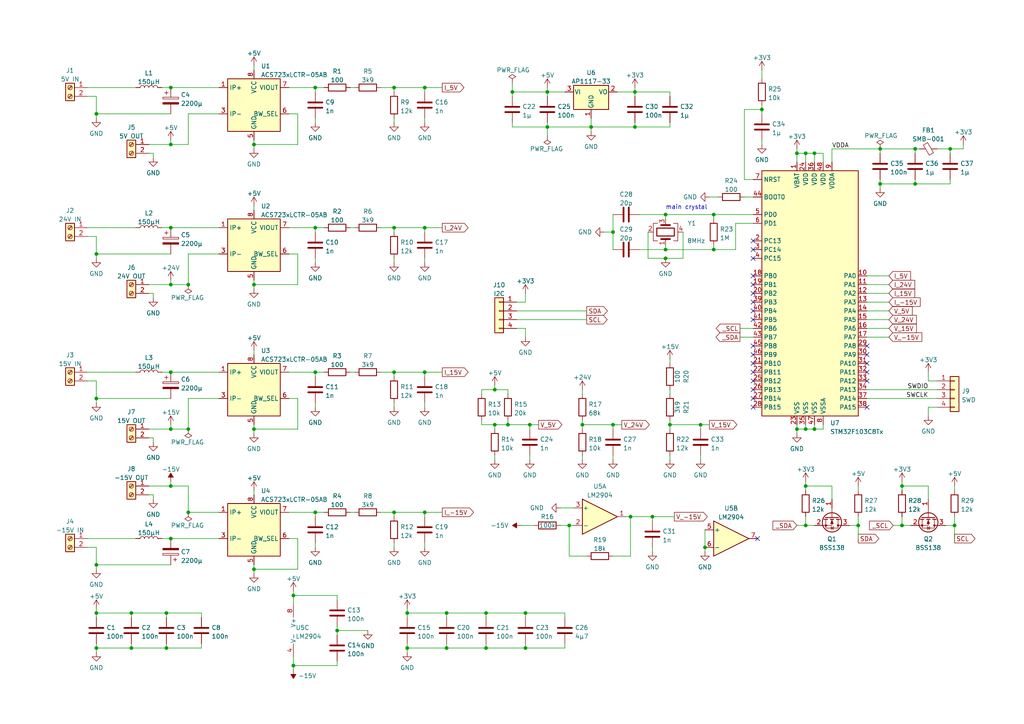
<source format=kicad_sch>
(kicad_sch (version 20211123) (generator eeschema)
  (paper "A4")
  (junction (at 123.19 148.59))
  (junction (at 118.11 187.96))
  (junction (at 193.04 62.23))
  (junction (at 27.94 115.57))
  (junction (at 153.67 123.19))
  (junction (at 27.94 33.02))
  (junction (at 255.27 53.34))
  (junction (at 49.53 25.4))
  (junction (at 233.68 152.4))
  (junction (at 158.75 26.67))
  (junction (at 54.61 82.55))
  (junction (at 114.3 148.59))
  (junction (at 73.66 165.1))
  (junction (at 49.53 156.21))
  (junction (at 54.61 148.59))
  (junction (at 194.31 123.19))
  (junction (at 189.23 149.86))
  (junction (at 27.94 163.83))
  (junction (at 129.54 187.96))
  (junction (at 91.44 25.4))
  (junction (at 177.8 67.31))
  (junction (at 231.14 124.46))
  (junction (at 182.88 149.86))
  (junction (at 123.19 107.95))
  (junction (at 158.75 36.83))
  (junction (at 236.22 44.45))
  (junction (at 177.8 123.19))
  (junction (at 91.44 66.04))
  (junction (at 123.19 25.4))
  (junction (at 207.01 72.39))
  (junction (at 203.2 123.19))
  (junction (at 276.86 152.4))
  (junction (at 147.32 123.19))
  (junction (at 275.59 43.18))
  (junction (at 129.54 177.8))
  (junction (at 152.4 177.8))
  (junction (at 27.94 187.96))
  (junction (at 73.66 124.46))
  (junction (at 193.04 72.39))
  (junction (at 143.51 113.03))
  (junction (at 233.68 140.97))
  (junction (at 184.15 26.67))
  (junction (at 49.53 140.97))
  (junction (at 49.53 107.95))
  (junction (at 265.43 53.34))
  (junction (at 48.26 177.8))
  (junction (at 140.97 177.8))
  (junction (at 123.19 66.04))
  (junction (at 233.68 124.46))
  (junction (at 193.04 74.93))
  (junction (at 114.3 66.04))
  (junction (at 248.92 152.4))
  (junction (at 38.1 177.8))
  (junction (at 27.94 177.8))
  (junction (at 85.09 193.04))
  (junction (at 91.44 148.59))
  (junction (at 73.66 41.91))
  (junction (at 54.61 124.46))
  (junction (at 143.51 123.19))
  (junction (at 231.14 44.45))
  (junction (at 261.62 152.4))
  (junction (at 49.53 124.46))
  (junction (at 85.09 172.72))
  (junction (at 140.97 187.96))
  (junction (at 236.22 124.46))
  (junction (at 168.91 123.19))
  (junction (at 49.53 82.55))
  (junction (at 220.98 31.75))
  (junction (at 27.94 73.66))
  (junction (at 48.26 187.96))
  (junction (at 114.3 107.95))
  (junction (at 184.15 36.83))
  (junction (at 49.53 41.91))
  (junction (at 49.53 66.04))
  (junction (at 73.66 82.55))
  (junction (at 152.4 187.96))
  (junction (at 148.59 26.67))
  (junction (at 261.62 140.97))
  (junction (at 38.1 187.96))
  (junction (at 171.45 36.83))
  (junction (at 265.43 43.18))
  (junction (at 97.79 182.88))
  (junction (at 114.3 25.4))
  (junction (at 204.47 158.75))
  (junction (at 233.68 44.45))
  (junction (at 207.01 62.23))
  (junction (at 165.1 152.4))
  (junction (at 91.44 107.95))
  (junction (at 118.11 177.8))
  (junction (at 255.27 43.18))
  (no_connect (at 218.44 100.33))
  (no_connect (at 218.44 102.87))
  (no_connect (at 218.44 69.85))
  (no_connect (at 251.46 100.33))
  (no_connect (at 251.46 105.41))
  (no_connect (at 218.44 105.41))
  (no_connect (at 251.46 102.87))
  (no_connect (at 218.44 87.63))
  (no_connect (at 251.46 110.49))
  (no_connect (at 218.44 115.57))
  (no_connect (at 218.44 80.01))
  (no_connect (at 218.44 92.71))
  (no_connect (at 219.71 156.21))
  (no_connect (at 218.44 110.49))
  (no_connect (at 218.44 74.93))
  (no_connect (at 218.44 113.03))
  (no_connect (at 218.44 118.11))
  (no_connect (at 218.44 85.09))
  (no_connect (at 251.46 107.95))
  (no_connect (at 218.44 72.39))
  (no_connect (at 218.44 82.55))
  (no_connect (at 218.44 107.95))
  (no_connect (at 218.44 90.17))
  (no_connect (at 251.46 118.11))
  (wire (pts (xy 86.36 124.46) (xy 73.66 124.46)))
  (wire (pts (xy 110.49 25.4) (xy 114.3 25.4)))
  (wire (pts (xy 114.3 25.4) (xy 123.19 25.4)))
  (wire (pts (xy 25.4 156.21) (xy 39.37 156.21)))
  (wire (pts (xy 279.4 43.18) (xy 275.59 43.18)))
  (wire (pts (xy 27.94 163.83) (xy 49.53 163.83)))
  (wire (pts (xy 152.4 187.96) (xy 140.97 187.96)))
  (wire (pts (xy 63.5 33.02) (xy 54.61 33.02)))
  (wire (pts (xy 123.19 148.59) (xy 123.19 149.86)))
  (wire (pts (xy 231.14 124.46) (xy 231.14 125.73)))
  (wire (pts (xy 275.59 53.34) (xy 265.43 53.34)))
  (wire (pts (xy 279.4 41.91) (xy 279.4 43.18)))
  (wire (pts (xy 177.8 161.29) (xy 182.88 161.29)))
  (wire (pts (xy 238.76 46.99) (xy 238.76 44.45)))
  (wire (pts (xy 152.4 186.69) (xy 152.4 187.96)))
  (wire (pts (xy 231.14 152.4) (xy 233.68 152.4)))
  (wire (pts (xy 171.45 34.29) (xy 171.45 36.83)))
  (wire (pts (xy 213.36 64.77) (xy 213.36 72.39)))
  (wire (pts (xy 83.82 148.59) (xy 91.44 148.59)))
  (wire (pts (xy 143.51 132.08) (xy 143.51 133.35)))
  (wire (pts (xy 269.24 118.11) (xy 271.78 118.11)))
  (wire (pts (xy 207.01 71.12) (xy 207.01 72.39)))
  (wire (pts (xy 25.4 158.75) (xy 27.94 158.75)))
  (wire (pts (xy 187.96 67.31) (xy 187.96 74.93)))
  (wire (pts (xy 193.04 71.12) (xy 193.04 72.39)))
  (wire (pts (xy 38.1 187.96) (xy 27.94 187.96)))
  (wire (pts (xy 205.74 57.15) (xy 208.28 57.15)))
  (wire (pts (xy 204.47 158.75) (xy 204.47 160.02)))
  (wire (pts (xy 248.92 152.4) (xy 248.92 156.21)))
  (wire (pts (xy 143.51 123.19) (xy 143.51 124.46)))
  (wire (pts (xy 255.27 43.18) (xy 255.27 44.45)))
  (wire (pts (xy 123.19 148.59) (xy 128.27 148.59)))
  (wire (pts (xy 54.61 33.02) (xy 54.61 41.91)))
  (wire (pts (xy 189.23 158.75) (xy 189.23 160.02)))
  (wire (pts (xy 123.19 74.93) (xy 123.19 76.2)))
  (wire (pts (xy 129.54 177.8) (xy 140.97 177.8)))
  (wire (pts (xy 118.11 187.96) (xy 129.54 187.96)))
  (wire (pts (xy 177.8 123.19) (xy 180.34 123.19)))
  (wire (pts (xy 58.42 187.96) (xy 48.26 187.96)))
  (wire (pts (xy 91.44 25.4) (xy 91.44 26.67)))
  (wire (pts (xy 123.19 66.04) (xy 123.19 67.31)))
  (wire (pts (xy 215.9 57.15) (xy 218.44 57.15)))
  (wire (pts (xy 83.82 66.04) (xy 91.44 66.04)))
  (wire (pts (xy 48.26 186.69) (xy 48.26 187.96)))
  (wire (pts (xy 123.19 34.29) (xy 123.19 35.56)))
  (wire (pts (xy 265.43 52.07) (xy 265.43 53.34)))
  (wire (pts (xy 86.36 41.91) (xy 73.66 41.91)))
  (wire (pts (xy 233.68 44.45) (xy 231.14 44.45)))
  (wire (pts (xy 276.86 140.97) (xy 276.86 142.24)))
  (wire (pts (xy 25.4 107.95) (xy 39.37 107.95)))
  (wire (pts (xy 276.86 149.86) (xy 276.86 152.4)))
  (wire (pts (xy 214.63 95.25) (xy 218.44 95.25)))
  (wire (pts (xy 236.22 44.45) (xy 233.68 44.45)))
  (wire (pts (xy 207.01 62.23) (xy 218.44 62.23)))
  (wire (pts (xy 231.14 44.45) (xy 231.14 46.99)))
  (wire (pts (xy 49.53 124.46) (xy 43.18 124.46)))
  (wire (pts (xy 73.66 142.24) (xy 73.66 143.51)))
  (wire (pts (xy 233.68 124.46) (xy 231.14 124.46)))
  (wire (pts (xy 152.4 85.09) (xy 152.4 87.63)))
  (wire (pts (xy 189.23 149.86) (xy 182.88 149.86)))
  (wire (pts (xy 182.88 149.86) (xy 181.61 149.86)))
  (wire (pts (xy 147.32 113.03) (xy 143.51 113.03)))
  (wire (pts (xy 73.66 41.91) (xy 73.66 43.18)))
  (wire (pts (xy 163.83 26.67) (xy 158.75 26.67)))
  (wire (pts (xy 269.24 110.49) (xy 271.78 110.49)))
  (wire (pts (xy 158.75 26.67) (xy 158.75 27.94)))
  (wire (pts (xy 213.36 72.39) (xy 207.01 72.39)))
  (wire (pts (xy 85.09 193.04) (xy 85.09 190.5)))
  (wire (pts (xy 251.46 82.55) (xy 257.81 82.55)))
  (wire (pts (xy 73.66 59.69) (xy 73.66 60.96)))
  (wire (pts (xy 83.82 115.57) (xy 86.36 115.57)))
  (wire (pts (xy 54.61 41.91) (xy 49.53 41.91)))
  (wire (pts (xy 27.94 33.02) (xy 27.94 34.29)))
  (wire (pts (xy 143.51 111.76) (xy 143.51 113.03)))
  (wire (pts (xy 233.68 123.19) (xy 233.68 124.46)))
  (wire (pts (xy 238.76 123.19) (xy 238.76 124.46)))
  (wire (pts (xy 148.59 26.67) (xy 148.59 27.94)))
  (wire (pts (xy 265.43 44.45) (xy 265.43 43.18)))
  (wire (pts (xy 123.19 25.4) (xy 123.19 26.67)))
  (wire (pts (xy 83.82 25.4) (xy 91.44 25.4)))
  (wire (pts (xy 194.31 113.03) (xy 194.31 114.3)))
  (wire (pts (xy 123.19 107.95) (xy 123.19 109.22)))
  (wire (pts (xy 193.04 62.23) (xy 193.04 63.5)))
  (wire (pts (xy 110.49 107.95) (xy 114.3 107.95)))
  (wire (pts (xy 266.7 43.18) (xy 265.43 43.18)))
  (wire (pts (xy 48.26 177.8) (xy 48.26 179.07)))
  (wire (pts (xy 168.91 123.19) (xy 168.91 124.46)))
  (wire (pts (xy 123.19 25.4) (xy 128.27 25.4)))
  (wire (pts (xy 49.53 25.4) (xy 63.5 25.4)))
  (wire (pts (xy 194.31 26.67) (xy 184.15 26.67)))
  (wire (pts (xy 163.83 177.8) (xy 163.83 179.07)))
  (wire (pts (xy 91.44 25.4) (xy 93.98 25.4)))
  (wire (pts (xy 97.79 191.77) (xy 97.79 193.04)))
  (wire (pts (xy 153.67 123.19) (xy 156.21 123.19)))
  (wire (pts (xy 54.61 73.66) (xy 54.61 82.55)))
  (wire (pts (xy 236.22 124.46) (xy 233.68 124.46)))
  (wire (pts (xy 27.94 73.66) (xy 49.53 73.66)))
  (wire (pts (xy 220.98 20.32) (xy 220.98 22.86)))
  (wire (pts (xy 73.66 19.05) (xy 73.66 20.32)))
  (wire (pts (xy 152.4 95.25) (xy 149.86 95.25)))
  (wire (pts (xy 110.49 148.59) (xy 114.3 148.59)))
  (wire (pts (xy 43.18 140.97) (xy 49.53 140.97)))
  (wire (pts (xy 46.99 66.04) (xy 49.53 66.04)))
  (wire (pts (xy 139.7 121.92) (xy 139.7 123.19)))
  (wire (pts (xy 25.4 25.4) (xy 39.37 25.4)))
  (wire (pts (xy 114.3 157.48) (xy 114.3 158.75)))
  (wire (pts (xy 25.4 66.04) (xy 39.37 66.04)))
  (wire (pts (xy 140.97 177.8) (xy 152.4 177.8)))
  (wire (pts (xy 101.6 148.59) (xy 102.87 148.59)))
  (wire (pts (xy 86.36 115.57) (xy 86.36 124.46)))
  (wire (pts (xy 269.24 140.97) (xy 261.62 140.97)))
  (wire (pts (xy 194.31 123.19) (xy 194.31 124.46)))
  (wire (pts (xy 129.54 177.8) (xy 129.54 179.07)))
  (wire (pts (xy 58.42 179.07) (xy 58.42 177.8)))
  (wire (pts (xy 46.99 156.21) (xy 49.53 156.21)))
  (wire (pts (xy 49.53 81.28) (xy 49.53 82.55)))
  (wire (pts (xy 194.31 104.14) (xy 194.31 105.41)))
  (wire (pts (xy 73.66 165.1) (xy 73.66 166.37)))
  (wire (pts (xy 27.94 110.49) (xy 27.94 115.57)))
  (wire (pts (xy 214.63 97.79) (xy 218.44 97.79)))
  (wire (pts (xy 231.14 123.19) (xy 231.14 124.46)))
  (wire (pts (xy 44.45 127) (xy 44.45 128.27)))
  (wire (pts (xy 123.19 157.48) (xy 123.19 158.75)))
  (wire (pts (xy 49.53 139.7) (xy 49.53 140.97)))
  (wire (pts (xy 179.07 26.67) (xy 184.15 26.67)))
  (wire (pts (xy 91.44 66.04) (xy 93.98 66.04)))
  (wire (pts (xy 63.5 73.66) (xy 54.61 73.66)))
  (wire (pts (xy 153.67 132.08) (xy 153.67 133.35)))
  (wire (pts (xy 86.36 82.55) (xy 73.66 82.55)))
  (wire (pts (xy 170.18 161.29) (xy 165.1 161.29)))
  (wire (pts (xy 171.45 36.83) (xy 184.15 36.83)))
  (wire (pts (xy 58.42 186.69) (xy 58.42 187.96)))
  (wire (pts (xy 27.94 115.57) (xy 27.94 116.84)))
  (wire (pts (xy 129.54 187.96) (xy 129.54 186.69)))
  (wire (pts (xy 170.18 90.17) (xy 149.86 90.17)))
  (wire (pts (xy 114.3 34.29) (xy 114.3 35.56)))
  (wire (pts (xy 165.1 161.29) (xy 165.1 152.4)))
  (wire (pts (xy 231.14 43.18) (xy 231.14 44.45)))
  (wire (pts (xy 27.94 33.02) (xy 49.53 33.02)))
  (wire (pts (xy 49.53 123.19) (xy 49.53 124.46)))
  (wire (pts (xy 238.76 124.46) (xy 236.22 124.46)))
  (wire (pts (xy 38.1 177.8) (xy 27.94 177.8)))
  (wire (pts (xy 101.6 25.4) (xy 102.87 25.4)))
  (wire (pts (xy 49.53 40.64) (xy 49.53 41.91)))
  (wire (pts (xy 220.98 40.64) (xy 220.98 41.91)))
  (wire (pts (xy 83.82 156.21) (xy 86.36 156.21)))
  (wire (pts (xy 73.66 163.83) (xy 73.66 165.1)))
  (wire (pts (xy 86.36 165.1) (xy 73.66 165.1)))
  (wire (pts (xy 83.82 107.95) (xy 91.44 107.95)))
  (wire (pts (xy 110.49 66.04) (xy 114.3 66.04)))
  (wire (pts (xy 233.68 44.45) (xy 233.68 46.99)))
  (wire (pts (xy 198.12 67.31) (xy 198.12 74.93)))
  (wire (pts (xy 233.68 149.86) (xy 233.68 152.4)))
  (wire (pts (xy 118.11 186.69) (xy 118.11 187.96)))
  (wire (pts (xy 27.94 27.94) (xy 27.94 33.02)))
  (wire (pts (xy 27.94 176.53) (xy 27.94 177.8)))
  (wire (pts (xy 43.18 85.09) (xy 44.45 85.09)))
  (wire (pts (xy 27.94 163.83) (xy 27.94 165.1)))
  (wire (pts (xy 63.5 115.57) (xy 54.61 115.57)))
  (wire (pts (xy 185.42 72.39) (xy 193.04 72.39)))
  (wire (pts (xy 118.11 177.8) (xy 129.54 177.8)))
  (wire (pts (xy 118.11 177.8) (xy 118.11 179.07)))
  (wire (pts (xy 147.32 123.19) (xy 147.32 121.92)))
  (wire (pts (xy 49.53 41.91) (xy 43.18 41.91)))
  (wire (pts (xy 251.46 90.17) (xy 257.81 90.17)))
  (wire (pts (xy 177.8 67.31) (xy 177.8 72.39)))
  (wire (pts (xy 97.79 181.61) (xy 97.79 182.88)))
  (wire (pts (xy 151.13 152.4) (xy 154.94 152.4)))
  (wire (pts (xy 54.61 115.57) (xy 54.61 124.46)))
  (wire (pts (xy 207.01 62.23) (xy 207.01 63.5)))
  (wire (pts (xy 215.9 31.75) (xy 215.9 52.07)))
  (wire (pts (xy 153.67 123.19) (xy 153.67 124.46)))
  (wire (pts (xy 194.31 132.08) (xy 194.31 133.35)))
  (wire (pts (xy 269.24 120.65) (xy 269.24 118.11)))
  (wire (pts (xy 85.09 175.26) (xy 85.09 172.72)))
  (wire (pts (xy 44.45 143.51) (xy 44.45 144.78)))
  (wire (pts (xy 251.46 92.71) (xy 257.81 92.71)))
  (wire (pts (xy 236.22 123.19) (xy 236.22 124.46)))
  (wire (pts (xy 261.62 140.97) (xy 261.62 142.24)))
  (wire (pts (xy 73.66 81.28) (xy 73.66 82.55)))
  (wire (pts (xy 46.99 107.95) (xy 49.53 107.95)))
  (wire (pts (xy 38.1 177.8) (xy 38.1 179.07)))
  (wire (pts (xy 46.99 25.4) (xy 49.53 25.4)))
  (wire (pts (xy 114.3 107.95) (xy 123.19 107.95)))
  (wire (pts (xy 114.3 148.59) (xy 114.3 149.86)))
  (wire (pts (xy 91.44 74.93) (xy 91.44 76.2)))
  (wire (pts (xy 49.53 66.04) (xy 63.5 66.04)))
  (wire (pts (xy 269.24 107.95) (xy 269.24 110.49)))
  (wire (pts (xy 106.68 182.88) (xy 97.79 182.88)))
  (wire (pts (xy 194.31 36.83) (xy 194.31 35.56)))
  (wire (pts (xy 248.92 152.4) (xy 246.38 152.4)))
  (wire (pts (xy 38.1 186.69) (xy 38.1 187.96)))
  (wire (pts (xy 54.61 124.46) (xy 49.53 124.46)))
  (wire (pts (xy 168.91 132.08) (xy 168.91 133.35)))
  (wire (pts (xy 261.62 152.4) (xy 264.16 152.4)))
  (wire (pts (xy 91.44 107.95) (xy 91.44 109.22)))
  (wire (pts (xy 265.43 43.18) (xy 255.27 43.18)))
  (wire (pts (xy 251.46 97.79) (xy 257.81 97.79)))
  (wire (pts (xy 193.04 72.39) (xy 207.01 72.39)))
  (wire (pts (xy 276.86 152.4) (xy 276.86 156.21)))
  (wire (pts (xy 251.46 80.01) (xy 257.81 80.01)))
  (wire (pts (xy 251.46 115.57) (xy 271.78 115.57)))
  (wire (pts (xy 27.94 68.58) (xy 27.94 73.66)))
  (wire (pts (xy 58.42 177.8) (xy 48.26 177.8)))
  (wire (pts (xy 251.46 113.03) (xy 271.78 113.03)))
  (wire (pts (xy 54.61 140.97) (xy 54.61 148.59)))
  (wire (pts (xy 48.26 177.8) (xy 38.1 177.8)))
  (wire (pts (xy 163.83 187.96) (xy 152.4 187.96)))
  (wire (pts (xy 123.19 107.95) (xy 128.27 107.95)))
  (wire (pts (xy 259.08 152.4) (xy 261.62 152.4)))
  (wire (pts (xy 236.22 44.45) (xy 236.22 46.99)))
  (wire (pts (xy 248.92 140.97) (xy 248.92 142.24)))
  (wire (pts (xy 25.4 27.94) (xy 27.94 27.94)))
  (wire (pts (xy 114.3 66.04) (xy 123.19 66.04)))
  (wire (pts (xy 83.82 73.66) (xy 86.36 73.66)))
  (wire (pts (xy 152.4 177.8) (xy 152.4 179.07)))
  (wire (pts (xy 73.66 123.19) (xy 73.66 124.46)))
  (wire (pts (xy 220.98 31.75) (xy 220.98 33.02)))
  (wire (pts (xy 73.66 124.46) (xy 73.66 125.73)))
  (wire (pts (xy 148.59 24.13) (xy 148.59 26.67)))
  (wire (pts (xy 49.53 82.55) (xy 43.18 82.55)))
  (wire (pts (xy 43.18 44.45) (xy 44.45 44.45)))
  (wire (pts (xy 275.59 52.07) (xy 275.59 53.34)))
  (wire (pts (xy 91.44 157.48) (xy 91.44 158.75)))
  (wire (pts (xy 85.09 193.04) (xy 85.09 194.31)))
  (wire (pts (xy 114.3 66.04) (xy 114.3 67.31)))
  (wire (pts (xy 177.8 62.23) (xy 177.8 67.31)))
  (wire (pts (xy 276.86 152.4) (xy 274.32 152.4)))
  (wire (pts (xy 123.19 116.84) (xy 123.19 118.11)))
  (wire (pts (xy 91.44 66.04) (xy 91.44 67.31)))
  (wire (pts (xy 168.91 123.19) (xy 177.8 123.19)))
  (wire (pts (xy 238.76 44.45) (xy 236.22 44.45)))
  (wire (pts (xy 203.2 132.08) (xy 203.2 133.35)))
  (wire (pts (xy 27.94 73.66) (xy 27.94 74.93)))
  (wire (pts (xy 194.31 27.94) (xy 194.31 26.67)))
  (wire (pts (xy 162.56 152.4) (xy 165.1 152.4)))
  (wire (pts (xy 54.61 148.59) (xy 63.5 148.59)))
  (wire (pts (xy 91.44 116.84) (xy 91.44 118.11)))
  (wire (pts (xy 241.3 43.18) (xy 241.3 46.99)))
  (wire (pts (xy 123.19 66.04) (xy 128.27 66.04)))
  (wire (pts (xy 44.45 44.45) (xy 44.45 45.72)))
  (wire (pts (xy 168.91 121.92) (xy 168.91 123.19)))
  (wire (pts (xy 140.97 186.69) (xy 140.97 187.96)))
  (wire (pts (xy 194.31 123.19) (xy 203.2 123.19)))
  (wire (pts (xy 148.59 35.56) (xy 148.59 36.83)))
  (wire (pts (xy 147.32 114.3) (xy 147.32 113.03)))
  (wire (pts (xy 187.96 74.93) (xy 193.04 74.93)))
  (wire (pts (xy 152.4 87.63) (xy 149.86 87.63)))
  (wire (pts (xy 255.27 53.34) (xy 255.27 54.61)))
  (wire (pts (xy 233.68 140.97) (xy 233.68 142.24)))
  (wire (pts (xy 101.6 66.04) (xy 102.87 66.04)))
  (wire (pts (xy 177.8 132.08) (xy 177.8 133.35)))
  (wire (pts (xy 241.3 140.97) (xy 233.68 140.97)))
  (wire (pts (xy 220.98 31.75) (xy 215.9 31.75)))
  (wire (pts (xy 248.92 149.86) (xy 248.92 152.4)))
  (wire (pts (xy 170.18 92.71) (xy 149.86 92.71)))
  (wire (pts (xy 73.66 82.55) (xy 73.66 83.82)))
  (wire (pts (xy 215.9 52.07) (xy 218.44 52.07)))
  (wire (pts (xy 143.51 123.19) (xy 147.32 123.19)))
  (wire (pts (xy 162.56 147.32) (xy 166.37 147.32)))
  (wire (pts (xy 25.4 110.49) (xy 27.94 110.49)))
  (wire (pts (xy 194.31 121.92) (xy 194.31 123.19)))
  (wire (pts (xy 251.46 95.25) (xy 257.81 95.25)))
  (wire (pts (xy 83.82 33.02) (xy 86.36 33.02)))
  (wire (pts (xy 97.79 182.88) (xy 97.79 184.15)))
  (wire (pts (xy 91.44 107.95) (xy 93.98 107.95)))
  (wire (pts (xy 251.46 85.09) (xy 257.81 85.09)))
  (wire (pts (xy 25.4 68.58) (xy 27.94 68.58)))
  (wire (pts (xy 261.62 139.7) (xy 261.62 140.97)))
  (wire (pts (xy 275.59 43.18) (xy 271.78 43.18)))
  (wire (pts (xy 49.53 140.97) (xy 54.61 140.97)))
  (wire (pts (xy 189.23 149.86) (xy 195.58 149.86)))
  (wire (pts (xy 91.44 148.59) (xy 91.44 149.86)))
  (wire (pts (xy 168.91 113.03) (xy 168.91 114.3)))
  (wire (pts (xy 114.3 25.4) (xy 114.3 26.67)))
  (wire (pts (xy 85.09 171.45) (xy 85.09 172.72)))
  (wire (pts (xy 152.4 97.79) (xy 152.4 95.25)))
  (wire (pts (xy 97.79 172.72) (xy 97.79 173.99)))
  (wire (pts (xy 203.2 123.19) (xy 203.2 124.46)))
  (wire (pts (xy 140.97 177.8) (xy 140.97 179.07)))
  (wire (pts (xy 207.01 62.23) (xy 193.04 62.23)))
  (wire (pts (xy 114.3 116.84) (xy 114.3 118.11)))
  (wire (pts (xy 204.47 153.67) (xy 204.47 158.75)))
  (wire (pts (xy 177.8 123.19) (xy 177.8 124.46)))
  (wire (pts (xy 44.45 85.09) (xy 44.45 86.36)))
  (wire (pts (xy 158.75 36.83) (xy 158.75 39.37)))
  (wire (pts (xy 158.75 25.4) (xy 158.75 26.67)))
  (wire (pts (xy 48.26 187.96) (xy 38.1 187.96)))
  (wire (pts (xy 27.94 115.57) (xy 49.53 115.57)))
  (wire (pts (xy 158.75 26.67) (xy 148.59 26.67)))
  (wire (pts (xy 118.11 187.96) (xy 118.11 189.23)))
  (wire (pts (xy 158.75 35.56) (xy 158.75 36.83)))
  (wire (pts (xy 184.15 35.56) (xy 184.15 36.83)))
  (wire (pts (xy 97.79 193.04) (xy 85.09 193.04)))
  (wire (pts (xy 198.12 74.93) (xy 193.04 74.93)))
  (wire (pts (xy 140.97 187.96) (xy 129.54 187.96)))
  (wire (pts (xy 27.94 187.96) (xy 27.94 189.23)))
  (wire (pts (xy 275.59 43.18) (xy 275.59 44.45)))
  (wire (pts (xy 184.15 26.67) (xy 184.15 25.4)))
  (wire (pts (xy 73.66 40.64) (xy 73.66 41.91)))
  (wire (pts (xy 184.15 36.83) (xy 194.31 36.83)))
  (wire (pts (xy 193.04 62.23) (xy 185.42 62.23)))
  (wire (pts (xy 27.94 158.75) (xy 27.94 163.83)))
  (wire (pts (xy 114.3 74.93) (xy 114.3 76.2)))
  (wire (pts (xy 182.88 161.29) (xy 182.88 149.86)))
  (wire (pts (xy 139.7 123.19) (xy 143.51 123.19)))
  (wire (pts (xy 165.1 152.4) (xy 166.37 152.4)))
  (wire (pts (xy 86.36 73.66) (xy 86.36 82.55)))
  (wire (pts (xy 171.45 36.83) (xy 171.45 38.1)))
  (wire (pts (xy 91.44 34.29) (xy 91.44 35.56)))
  (wire (pts (xy 233.68 139.7) (xy 233.68 140.97)))
  (wire (pts (xy 73.66 101.6) (xy 73.66 102.87)))
  (wire (pts (xy 114.3 148.59) (xy 123.19 148.59)))
  (wire (pts (xy 91.44 148.59) (xy 93.98 148.59)))
  (wire (pts (xy 118.11 176.53) (xy 118.11 177.8)))
  (wire (pts (xy 86.36 33.02) (xy 86.36 41.91)))
  (wire (pts (xy 175.26 67.31) (xy 177.8 67.31)))
  (wire (pts (xy 49.53 156.21) (xy 63.5 156.21)))
  (wire (pts (xy 265.43 53.34) (xy 255.27 53.34)))
  (wire (pts (xy 163.83 186.69) (xy 163.83 187.96)))
  (wire (pts (xy 148.59 36.83) (xy 158.75 36.83)))
  (wire (pts (xy 54.61 82.55) (xy 49.53 82.55)))
  (wire (pts (xy 255.27 43.18) (xy 241.3 43.18)))
  (wire (pts (xy 43.18 143.51) (xy 44.45 143.51)))
  (wire (pts (xy 184.15 26.67) (xy 184.15 27.94)))
  (wire (pts (xy 49.53 107.95) (xy 63.5 107.95)))
  (wire (pts (xy 261.62 149.86) (xy 261.62 152.4)))
  (wire (pts (xy 143.51 113.03) (xy 139.7 113.03)))
  (wire (pts (xy 147.32 123.19) (xy 153.67 123.19)))
  (wire (pts (xy 85.09 172.72) (xy 97.79 172.72)))
  (wire (pts (xy 218.44 64.77) (xy 213.36 64.77)))
  (wire (pts (xy 255.27 53.34) (xy 255.27 52.07)))
  (wire (pts (xy 101.6 107.95) (xy 102.87 107.95)))
  (wire (pts (xy 114.3 107.95) (xy 114.3 109.22)))
  (wire (pts (xy 233.68 152.4) (xy 236.22 152.4)))
  (wire (pts (xy 158.75 36.83) (xy 171.45 36.83)))
  (wire (pts (xy 43.18 127) (xy 44.45 127)))
  (wire (pts (xy 269.24 144.78) (xy 269.24 140.97)))
  (wire (pts (xy 220.98 30.48) (xy 220.98 31.75)))
  (wire (pts (xy 152.4 177.8) (xy 163.83 177.8)))
  (wire (pts (xy 27.94 186.69) (xy 27.94 187.96)))
  (wire (pts (xy 251.46 87.63) (xy 257.81 87.63)))
  (wire (pts (xy 241.3 144.78) (xy 241.3 140.97)))
  (wire (pts (xy 86.36 156.21) (xy 86.36 165.1)))
  (wire (pts (xy 203.2 123.19) (xy 205.74 123.19)))
  (wire (pts (xy 139.7 113.03) (xy 139.7 114.3)))
  (wire (pts (xy 189.23 151.13) (xy 189.23 149.86)))
  (wire (pts (xy 27.94 177.8) (xy 27.94 179.07)))
  (text "main crystal" (at 193.04 60.96 0) (effects (font (size 1.27 1.27)) (justify left bottom)))
  (label "SWDIO" (at 269.24 113.03 180))
  (label "VDDA" (at 241.3 43.18 0))
  (label "SWCLK" (at 269.24 115.57 180))
  (global_label "V_24V" (shape input) (at 257.81 92.71 0) (property "Intersheet References" "${INTERSHEET_REFS}" (effects hide)))
  (global_label "I_-15V" (shape input) (at 257.81 87.63 0) (property "Intersheet References" "${INTERSHEET_REFS}" (effects hide)))
  (global_label "V_15V" (shape input) (at 257.81 95.25 0) (property "Intersheet References" "${INTERSHEET_REFS}" (effects hide)))
  (global_label "V_-15V" (shape input) (at 257.81 97.79 0) (property "Intersheet References" "${INTERSHEET_REFS}" (effects hide)))
  (global_label "_SDA" (shape output) (at 214.63 97.79 180) (property "Intersheet References" "${INTERSHEET_REFS}" (effects hide)))
  (global_label "SCL" (shape output) (at 276.86 156.21 0) (property "Intersheet References" "${INTERSHEET_REFS}" (effects hide)))
  (global_label "V_5V" (shape input) (at 257.81 90.17 0) (property "Intersheet References" "${INTERSHEET_REFS}" (effects hide)))
  (global_label "SCL" (shape output) (at 170.18 92.71 0) (property "Intersheet References" "${INTERSHEET_REFS}" (effects hide)))
  (global_label "V_15V" (shape output) (at 205.74 123.19 0) (property "Intersheet References" "${INTERSHEET_REFS}" (effects hide)))
  (global_label "I_5V" (shape input) (at 257.81 80.01 0) (property "Intersheet References" "${INTERSHEET_REFS}" (effects hide)))
  (global_label "SDA" (shape output) (at 170.18 90.17 0) (property "Intersheet References" "${INTERSHEET_REFS}" (effects hide)))
  (global_label "I_24V" (shape input) (at 257.81 82.55 0) (property "Intersheet References" "${INTERSHEET_REFS}" (effects hide)))
  (global_label "_SCL" (shape input) (at 259.08 152.4 180) (property "Intersheet References" "${INTERSHEET_REFS}" (effects hide)))
  (global_label "I_5V" (shape output) (at 128.27 25.4 0) (property "Intersheet References" "${INTERSHEET_REFS}" (effects hide)))
  (global_label "I_24V" (shape output) (at 128.27 66.04 0) (property "Intersheet References" "${INTERSHEET_REFS}" (effects hide)))
  (global_label "SDA" (shape output) (at 248.92 156.21 0) (property "Intersheet References" "${INTERSHEET_REFS}" (effects hide)))
  (global_label "I_-15V" (shape output) (at 128.27 148.59 0) (property "Intersheet References" "${INTERSHEET_REFS}" (effects hide)))
  (global_label "V_5V" (shape output) (at 156.21 123.19 0) (property "Intersheet References" "${INTERSHEET_REFS}" (effects hide)))
  (global_label "_SCL" (shape output) (at 214.63 95.25 180) (property "Intersheet References" "${INTERSHEET_REFS}" (effects hide)))
  (global_label "I_15V" (shape output) (at 128.27 107.95 0) (property "Intersheet References" "${INTERSHEET_REFS}" (effects hide)))
  (global_label "V_24V" (shape output) (at 180.34 123.19 0) (property "Intersheet References" "${INTERSHEET_REFS}" (effects hide)))
  (global_label "V_-15V" (shape output) (at 195.58 149.86 0) (property "Intersheet References" "${INTERSHEET_REFS}" (effects hide)))
  (global_label "I_15V" (shape input) (at 257.81 85.09 0) (property "Intersheet References" "${INTERSHEET_REFS}" (effects hide)))
  (global_label "_SDA" (shape input) (at 231.14 152.4 180) (property "Intersheet References" "${INTERSHEET_REFS}" (effects hide)))
  (symbol (lib_id "power:GND") (at 73.66 43.18 0) (unit 1)
    (property "Reference" "#PWR016" (effects hide))
    (property "Value" "GND" (at 73.66 47.6234 0))
  )
  (symbol (lib_id "power:GND") (at 27.94 74.93 0) (unit 1)
    (property "Reference" "#PWR02" (effects hide))
    (property "Value" "GND" (at 27.94 79.3734 0))
  )
  (symbol (lib_id "Device:C") (at 220.98 36.83 0) (unit 1)
    (property "Reference" "C34" (at 223.901 35.9953 0) (effects (justify left)))
    (property "Value" "1µ" (at 223.901 38.5322 0) (effects (justify left)))
    (property "Footprint" "Capacitor_SMD:C_0805_2012Metric" (effects hide))
  )
  (symbol (lib_id "power:GND") (at 255.27 54.61 0) (unit 1)
    (property "Reference" "#PWR065" (effects hide))
    (property "Value" "GND" (at 255.27 59.0534 0))
  )
  (symbol (lib_id "Device:R") (at 276.86 146.05 0) (unit 1)
    (property "Reference" "R29" (at 278.638 145.2153 0) (effects (justify left)))
    (property "Value" "12k" (at 278.638 147.7522 0) (effects (justify left)))
    (property "Footprint" "Resistor_SMD:R_0805_2012Metric" (effects hide))
  )
  (symbol (lib_id "Device:R") (at 194.31 109.22 0) (unit 1)
    (property "Reference" "R20" (at 199.0258 109.22 90))
    (property "Value" "100" (at 196.4889 109.22 90))
    (property "Footprint" "Resistor_SMD:R_0805_2012Metric" (effects hide))
  )
  (symbol (lib_id "Device:R") (at 194.31 118.11 0) (unit 1)
    (property "Reference" "R21" (at 199.0258 118.11 90))
    (property "Value" "3k9" (at 196.4889 118.11 90))
    (property "Footprint" "Resistor_SMD:R_0805_2012Metric" (effects hide))
  )
  (symbol (lib_id "Device:C") (at 158.75 31.75 0) (unit 1)
    (property "Reference" "C25" (at 161.671 30.9153 0) (effects (justify left)))
    (property "Value" "100n" (at 161.671 33.4522 0) (effects (justify left)))
    (property "Footprint" "Capacitor_SMD:C_0805_2012Metric" (effects hide))
  )
  (symbol (lib_id "power:GND") (at 27.94 116.84 0) (unit 1)
    (property "Reference" "#PWR03" (effects hide))
    (property "Value" "GND" (at 27.94 121.2834 0))
  )
  (symbol (lib_id "power:GND") (at 91.44 76.2 0) (unit 1)
    (property "Reference" "#PWR026" (effects hide))
    (property "Value" "GND" (at 91.44 80.6434 0))
  )
  (symbol (lib_id "power:+3V3") (at 152.4 85.09 0) (mirror y) (unit 1)
    (property "Reference" "#PWR0102" (effects hide))
    (property "Value" "+3V3" (at 152.4 81.5142 0))
  )
  (symbol (lib_id "Device:R") (at 194.31 128.27 0) (unit 1)
    (property "Reference" "R22" (at 196.088 127.4353 0) (effects (justify left)))
    (property "Value" "12k" (at 196.088 129.9722 0) (effects (justify left)))
    (property "Footprint" "Resistor_SMD:R_0805_2012Metric" (effects hide))
  )
  (symbol (lib_id "Device:R") (at 233.68 146.05 0) (unit 1)
    (property "Reference" "R26" (at 235.458 145.2153 0) (effects (justify left)))
    (property "Value" "12k" (at 235.458 147.7522 0) (effects (justify left)))
    (property "Footprint" "Resistor_SMD:R_0805_2012Metric" (effects hide))
  )
  (symbol (lib_id "power:+5V") (at 248.92 140.97 0) (unit 1)
    (property "Reference" "#PWR064" (effects hide))
    (property "Value" "+5V" (at 248.92 137.3942 0))
  )
  (symbol (lib_id "Device:C") (at 48.26 182.88 0) (unit 1)
    (property "Reference" "C3" (at 51.181 182.0453 0) (effects (justify left)))
    (property "Value" "100n" (at 51.181 184.5822 0) (effects (justify left)))
    (property "Footprint" "Capacitor_SMD:C_0805_2012Metric" (effects hide))
  )
  (symbol (lib_id "Device:C") (at 152.4 182.88 0) (unit 1)
    (property "Reference" "C23" (at 155.321 182.0453 0) (effects (justify left)))
    (property "Value" "100n" (at 155.321 184.5822 0) (effects (justify left)))
    (property "Footprint" "Capacitor_SMD:C_0805_2012Metric" (effects hide))
  )
  (symbol (lib_id "Device:C") (at 123.19 113.03 0) (unit 1)
    (property "Reference" "C18" (at 126.111 112.1953 0) (effects (justify left)))
    (property "Value" "1n" (at 126.111 114.7322 0) (effects (justify left)))
    (property "Footprint" "Capacitor_SMD:C_0805_2012Metric" (effects hide))
  )
  (symbol (lib_id "Device:C") (at 91.44 71.12 0) (unit 1)
    (property "Reference" "C10" (at 94.361 70.2853 0) (effects (justify left)))
    (property "Value" "1n" (at 94.361 72.8222 0) (effects (justify left)))
    (property "Footprint" "Capacitor_SMD:C_0805_2012Metric" (effects hide))
  )
  (symbol (lib_id "Device:R") (at 114.3 153.67 0) (unit 1)
    (property "Reference" "R12" (at 116.078 152.8353 0) (effects (justify left)))
    (property "Value" "12k" (at 116.078 155.3722 0) (effects (justify left)))
    (property "Footprint" "Resistor_SMD:R_0805_2012Metric" (effects hide))
  )
  (symbol (lib_id "power:GND") (at 73.66 166.37 0) (unit 1)
    (property "Reference" "#PWR022" (effects hide))
    (property "Value" "GND" (at 73.66 170.8134 0))
  )
  (symbol (lib_id "power:GND") (at 123.19 118.11 0) (unit 1)
    (property "Reference" "#PWR038" (effects hide))
    (property "Value" "GND" (at 123.19 122.5534 0))
  )
  (symbol (lib_id "Device:C") (at 91.44 113.03 0) (unit 1)
    (property "Reference" "C11" (at 94.361 112.1953 0) (effects (justify left)))
    (property "Value" "1n" (at 94.361 114.7322 0) (effects (justify left)))
    (property "Footprint" "Capacitor_SMD:C_0805_2012Metric" (effects hide))
  )
  (symbol (lib_id "power:+3V3") (at 231.14 43.18 0) (mirror y) (unit 1)
    (property "Reference" "#PWR061" (effects hide))
    (property "Value" "+3V3" (at 231.14 39.6042 0))
  )
  (symbol (lib_id "power:GND") (at 175.26 67.31 270) (unit 1)
    (property "Reference" "#PWR049" (effects hide))
    (property "Value" "GND" (at 167.64 67.31 90) (effects (justify left)))
  )
  (symbol (lib_id "power:+3V3") (at 269.24 107.95 0) (unit 1)
    (property "Reference" "#PWR067" (effects hide))
    (property "Value" "+3V3" (at 269.24 104.3742 0))
  )
  (symbol (lib_id "power:+5V") (at 276.86 140.97 0) (unit 1)
    (property "Reference" "#PWR069" (effects hide))
    (property "Value" "+5V" (at 276.86 137.3942 0))
  )
  (symbol (lib_id "Device:C") (at 163.83 182.88 0) (unit 1)
    (property "Reference" "C26" (at 166.751 182.0453 0) (effects (justify left)))
    (property "Value" "4µ7" (at 166.751 184.5822 0) (effects (justify left)))
    (property "Footprint" "Capacitor_SMD:C_0805_2012Metric" (effects hide))
  )
  (symbol (lib_id "power:GND") (at 203.2 133.35 0) (unit 1)
    (property "Reference" "#PWR056" (effects hide))
    (property "Value" "GND" (at 203.2 137.7934 0))
  )
  (symbol (lib_id "Device:C") (at 181.61 72.39 90) (unit 1)
    (property "Reference" "C29" (at 181.61 66.5312 90))
    (property "Value" "20p" (at 181.61 69.0681 90))
    (property "Footprint" "Capacitor_SMD:C_0805_2012Metric" (effects hide))
  )
  (symbol (lib_id "Sensor_Current:ACS723xLCTR-05AB") (at 73.66 113.03 0) (unit 1)
    (property "Reference" "U3" (at 75.6794 101.7102 0) (effects (justify left)))
    (property "Value" "ACS723xLCTR-05AB" (at 75.6794 104.2471 0) (effects (justify left)))
    (property "Footprint" "Package_SO:SOIC-8_3.9x4.9mm_P1.27mm" (effects hide))
    (property "Datasheet" "http://www.allegromicro.com/~/media/Files/Datasheets/ACS723-Datasheet.ashx?la=en" (effects hide))
  )
  (symbol (lib_id "Device:C") (at 123.19 71.12 0) (unit 1)
    (property "Reference" "C17" (at 126.111 70.2853 0) (effects (justify left)))
    (property "Value" "1n" (at 126.111 72.8222 0) (effects (justify left)))
    (property "Footprint" "Capacitor_SMD:C_0805_2012Metric" (effects hide))
  )
  (symbol (lib_id "power:GND") (at 73.66 125.73 0) (unit 1)
    (property "Reference" "#PWR020" (effects hide))
    (property "Value" "GND" (at 73.66 130.1734 0))
  )
  (symbol (lib_id "power:+15V") (at 194.31 104.14 0) (unit 1)
    (property "Reference" "#PWR054" (effects hide))
    (property "Value" "+15V" (at 194.31 100.5642 0))
  )
  (symbol (lib_id "power:GND") (at 231.14 125.73 0) (unit 1)
    (property "Reference" "#PWR062" (effects hide))
    (property "Value" "GND" (at 231.14 130.1734 0))
  )
  (symbol (lib_id "Device:C_Polarized") (at 49.53 29.21 0) (unit 1)
    (property "Reference" "C4" (at 52.451 27.4863 0) (effects (justify left)))
    (property "Value" "2200µ" (at 52.451 30.0232 0) (effects (justify left)))
    (property "Footprint" "Capacitor_THT:CP_Radial_D12.5mm_P5.00mm" (effects hide))
  )
  (symbol (lib_id "power:GND") (at 44.45 45.72 0) (unit 1)
    (property "Reference" "#PWR07" (effects hide))
    (property "Value" "GND" (at 44.45 50.1634 0))
  )
  (symbol (lib_id "power:GND") (at 27.94 165.1 0) (unit 1)
    (property "Reference" "#PWR04" (effects hide))
    (property "Value" "GND" (at 27.94 169.5434 0))
  )
  (symbol (lib_id "power:GND") (at 123.19 35.56 0) (unit 1)
    (property "Reference" "#PWR036" (effects hide))
    (property "Value" "GND" (at 123.19 40.0034 0))
  )
  (symbol (lib_id "Device:L") (at 43.18 107.95 90) (unit 1)
    (property "Reference" "L3" (at 43.18 103.7422 90))
    (property "Value" "150µH" (at 43.18 106.2791 90))
    (property "Footprint" "Inductor_THT:L_Toroid_Vertical_L25.4mm_W14.7mm_P12.20mm_Vishay_TJ5_BigPads" (effects hide))
  )
  (symbol (lib_id "Device:C") (at 265.43 48.26 0) (unit 1)
    (property "Reference" "C36" (at 268.351 47.4253 0) (effects (justify left)))
    (property "Value" "1µ" (at 268.351 49.9622 0) (effects (justify left)))
    (property "Footprint" "Capacitor_SMD:C_0805_2012Metric" (effects hide))
  )
  (symbol (lib_id "power:+5V") (at 73.66 142.24 0) (unit 1)
    (property "Reference" "#PWR021" (effects hide))
    (property "Value" "+5V" (at 73.66 138.6642 0))
  )
  (symbol (lib_id "power:GND") (at 123.19 158.75 0) (unit 1)
    (property "Reference" "#PWR039" (effects hide))
    (property "Value" "GND" (at 123.19 163.1934 0))
  )
  (symbol (lib_id "power:+3V3") (at 279.4 41.91 0) (mirror y) (unit 1)
    (property "Reference" "#PWR070" (effects hide))
    (property "Value" "+3V3" (at 279.4 38.3342 0))
  )
  (symbol (lib_id "Sensor_Current:ACS723xLCTR-05AB") (at 73.66 153.67 0) (unit 1)
    (property "Reference" "U4" (at 75.6794 142.3502 0) (effects (justify left)))
    (property "Value" "ACS723xLCTR-05AB" (at 75.6794 144.8871 0) (effects (justify left)))
    (property "Footprint" "Package_SO:SOIC-8_3.9x4.9mm_P1.27mm" (effects hide))
    (property "Datasheet" "http://www.allegromicro.com/~/media/Files/Datasheets/ACS723-Datasheet.ashx?la=en" (effects hide))
  )
  (symbol (lib_id "Connector:Screw_Terminal_01x02") (at 20.32 66.04 0) (mirror y) (unit 1)
    (property "Reference" "J2" (at 20.32 61.0702 0))
    (property "Value" "24V IN" (at 20.32 63.6071 0))
    (property "Footprint" "TerminalBlock:TerminalBlock_bornier-2_P5.08mm" (effects hide))
  )
  (symbol (lib_id "Device:C") (at 148.59 31.75 0) (unit 1)
    (property "Reference" "C22" (at 151.511 30.9153 0) (effects (justify left)))
    (property "Value" "1µ" (at 151.511 33.4522 0) (effects (justify left)))
    (property "Footprint" "Capacitor_SMD:C_0805_2012Metric" (effects hide))
  )
  (symbol (lib_id "Device:R") (at 207.01 67.31 0) (unit 1)
    (property "Reference" "R23" (at 208.788 66.4753 0) (effects (justify left)))
    (property "Value" "1M" (at 208.788 69.0122 0) (effects (justify left)))
    (property "Footprint" "Resistor_SMD:R_0805_2012Metric" (effects hide))
  )
  (symbol (lib_id "Device:R") (at 173.99 161.29 90) (unit 1)
    (property "Reference" "R19" (at 173.99 156.5742 90))
    (property "Value" "18k" (at 173.99 159.1111 90))
    (property "Footprint" "Resistor_SMD:R_0805_2012Metric" (effects hide))
  )
  (symbol (lib_id "Connector:Screw_Terminal_01x02") (at 20.32 107.95 0) (mirror y) (unit 1)
    (property "Reference" "J3" (at 20.32 102.9802 0))
    (property "Value" "15V IN" (at 20.32 105.5171 0))
    (property "Footprint" "TerminalBlock:TerminalBlock_bornier-2_P5.08mm" (effects hide))
  )
  (symbol (lib_id "Device:R") (at 97.79 107.95 90) (unit 1)
    (property "Reference" "R3" (at 97.79 103.2342 90))
    (property "Value" "100" (at 97.79 105.7711 90))
    (property "Footprint" "Resistor_SMD:R_0805_2012Metric" (effects hide))
  )
  (symbol (lib_id "Device:R") (at 114.3 30.48 0) (unit 1)
    (property "Reference" "R9" (at 116.078 29.6453 0) (effects (justify left)))
    (property "Value" "12k" (at 116.078 32.1822 0) (effects (justify left)))
    (property "Footprint" "Resistor_SMD:R_0805_2012Metric" (effects hide))
  )
  (symbol (lib_id "Connector:Screw_Terminal_01x02") (at 38.1 41.91 0) (mirror y) (unit 1)
    (property "Reference" "J5" (at 38.1 36.9402 0))
    (property "Value" "5V OUT" (at 38.1 39.4771 0))
    (property "Footprint" "TerminalBlock:TerminalBlock_bornier-2_P5.08mm" (effects hide))
  )
  (symbol (lib_id "Device:R") (at 147.32 118.11 0) (unit 1)
    (property "Reference" "R15" (at 149.098 117.2753 0) (effects (justify left)))
    (property "Value" "20k" (at 149.098 119.8122 0) (effects (justify left)))
    (property "Footprint" "Resistor_SMD:R_0805_2012Metric" (effects hide))
  )
  (symbol (lib_id "power:GND") (at 220.98 41.91 0) (unit 1)
    (property "Reference" "#PWR060" (effects hide))
    (property "Value" "GND" (at 220.98 46.3534 0))
  )
  (symbol (lib_id "power:+5V") (at 73.66 101.6 0) (unit 1)
    (property "Reference" "#PWR019" (effects hide))
    (property "Value" "+5V" (at 73.66 98.0242 0))
  )
  (symbol (lib_id "power:GND") (at 194.31 133.35 0) (unit 1)
    (property "Reference" "#PWR055" (effects hide))
    (property "Value" "GND" (at 194.31 137.7934 0))
  )
  (symbol (lib_id "power:GND") (at 73.66 83.82 0) (unit 1)
    (property "Reference" "#PWR018" (effects hide))
    (property "Value" "GND" (at 73.66 88.2634 0))
  )
  (symbol (lib_id "Device:C") (at 181.61 62.23 90) (unit 1)
    (property "Reference" "C28" (at 181.61 56.3712 90))
    (property "Value" "20p" (at 181.61 58.9081 90))
    (property "Footprint" "Capacitor_SMD:C_0805_2012Metric" (effects hide))
  )
  (symbol (lib_id "Device:C_Polarized") (at 49.53 160.02 180) (unit 1)
    (property "Reference" "C7" (at 52.451 160.0743 0) (effects (justify right)))
    (property "Value" "2200µ" (at 52.451 162.6112 0) (effects (justify right)))
    (property "Footprint" "Capacitor_THT:CP_Radial_D12.5mm_P5.00mm" (effects hide))
  )
  (symbol (lib_id "power:+5V") (at 49.53 40.64 0) (unit 1)
    (property "Reference" "#PWR011" (effects hide))
    (property "Value" "+5V" (at 49.53 37.0642 0))
  )
  (symbol (lib_id "Device:C") (at 123.19 30.48 0) (unit 1)
    (property "Reference" "C16" (at 126.111 29.6453 0) (effects (justify left)))
    (property "Value" "1n" (at 126.111 32.1822 0) (effects (justify left)))
    (property "Footprint" "Capacitor_SMD:C_0805_2012Metric" (effects hide))
  )
  (symbol (lib_id "power:GND") (at 91.44 158.75 0) (unit 1)
    (property "Reference" "#PWR028" (effects hide))
    (property "Value" "GND" (at 91.44 163.1934 0))
  )
  (symbol (lib_id "power:+3V3") (at 184.15 25.4 0) (unit 1)
    (property "Reference" "#PWR051" (effects hide))
    (property "Value" "+3V3" (at 184.15 21.8242 0))
  )
  (symbol (lib_id "Device:C_Polarized") (at 49.53 69.85 0) (unit 1)
    (property "Reference" "C5" (at 52.451 68.1263 0) (effects (justify left)))
    (property "Value" "2200µ" (at 52.451 70.6632 0) (effects (justify left)))
    (property "Footprint" "Capacitor_THT:CP_Radial_D12.5mm_P5.00mm" (effects hide))
  )
  (symbol (lib_id "power:GND") (at 193.04 74.93 0) (unit 1)
    (property "Reference" "#PWR053" (effects hide))
    (property "Value" "GND" (at 193.04 79.3734 0))
  )
  (symbol (lib_id "power:PWR_FLAG") (at 54.61 148.59 180) (unit 1)
    (property "Reference" "#FLG0103" (effects hide))
    (property "Value" "PWR_FLAG" (at 49.53 152.4 0) (effects (justify right)))
  )
  (symbol (lib_id "Device:R") (at 158.75 152.4 90) (unit 1)
    (property "Reference" "R16" (at 158.75 149.86 90))
    (property "Value" "100k" (at 158.75 152.4 90))
    (property "Footprint" "Resistor_SMD:R_0805_2012Metric" (effects hide))
  )
  (symbol (lib_id "power:PWR_FLAG") (at 148.59 24.13 0) (unit 1)
    (property "Reference" "#FLG0101" (effects hide))
    (property "Value" "PWR_FLAG" (at 153.67 20.32 0) (effects (justify right)))
  )
  (symbol (lib_id "Device:C") (at 91.44 153.67 0) (unit 1)
    (property "Reference" "C12" (at 94.361 152.8353 0) (effects (justify left)))
    (property "Value" "1n" (at 94.361 155.3722 0) (effects (justify left)))
    (property "Footprint" "Capacitor_SMD:C_0805_2012Metric" (effects hide))
  )
  (symbol (lib_id "Device:FerriteBead_Small") (at 269.24 43.18 270) (mirror x) (unit 1)
    (property "Reference" "FB1" (at 269.2781 37.7784 90))
    (property "Value" "SMB-001" (at 269.2781 40.3153 90))
    (property "Footprint" "eigene:SMB-001" (effects hide))
  )
  (symbol (lib_id "power:GND") (at 205.74 57.15 270) (unit 1)
    (property "Reference" "#PWR058" (effects hide))
    (property "Value" "GND" (at 198.12 57.15 90) (effects (justify left)))
  )
  (symbol (lib_id "power:GND") (at 177.8 133.35 0) (unit 1)
    (property "Reference" "#PWR050" (effects hide))
    (property "Value" "GND" (at 177.8 137.7934 0))
  )
  (symbol (lib_id "power:+24V") (at 168.91 113.03 0) (unit 1)
    (property "Reference" "#PWR046" (effects hide))
    (property "Value" "+24V" (at 168.91 109.4542 0))
  )
  (symbol (lib_id "power:GND") (at 171.45 38.1 0) (unit 1)
    (property "Reference" "#PWR048" (effects hide))
    (property "Value" "GND" (at 171.45 42.5434 0))
  )
  (symbol (lib_id "Regulator_Linear:AP1117-33") (at 171.45 26.67 0) (unit 1)
    (property "Reference" "U6" (at 171.45 21.0652 0))
    (property "Value" "AP1117-33" (at 171.45 23.6021 0))
    (property "Footprint" "Package_TO_SOT_SMD:SOT-223-3_TabPin2" (effects hide))
    (property "Datasheet" "http://www.diodes.com/datasheets/AP1117.pdf" (effects hide))
  )
  (symbol (lib_id "Device:C") (at 255.27 48.26 0) (unit 1)
    (property "Reference" "C35" (at 258.191 47.4253 0) (effects (justify left)))
    (property "Value" "100n" (at 258.191 49.9622 0) (effects (justify left)))
    (property "Footprint" "Capacitor_SMD:C_0805_2012Metric" (effects hide))
  )
  (symbol (lib_id "power:GND") (at 91.44 118.11 0) (unit 1)
    (property "Reference" "#PWR027" (effects hide))
    (property "Value" "GND" (at 91.44 122.5534 0))
  )
  (symbol (lib_id "power:GND") (at 44.45 144.78 0) (unit 1)
    (property "Reference" "#PWR010" (effects hide))
    (property "Value" "GND" (at 44.45 149.2234 0))
  )
  (symbol (lib_id "Device:C") (at 275.59 48.26 0) (unit 1)
    (property "Reference" "C37" (at 278.511 47.4253 0) (effects (justify left)))
    (property "Value" "1µ" (at 278.511 49.9622 0) (effects (justify left)))
    (property "Footprint" "Capacitor_SMD:C_0805_2012Metric" (effects hide))
  )
  (symbol (lib_id "power:PWR_FLAG") (at 54.61 82.55 180) (unit 1)
    (property "Reference" "#FLG0102" (effects hide))
    (property "Value" "PWR_FLAG" (at 49.53 86.36 0) (effects (justify right)))
  )
  (symbol (lib_id "Device:L") (at 43.18 156.21 90) (unit 1)
    (property "Reference" "L4" (at 43.18 152.0022 90))
    (property "Value" "150µH" (at 43.18 154.5391 90))
    (property "Footprint" "Inductor_THT:L_Toroid_Vertical_L25.4mm_W14.7mm_P12.20mm_Vishay_TJ5_BigPads" (effects hide))
  )
  (symbol (lib_id "Device:R") (at 248.92 146.05 0) (unit 1)
    (property "Reference" "R27" (at 250.698 145.2153 0) (effects (justify left)))
    (property "Value" "12k" (at 250.698 147.7522 0) (effects (justify left)))
    (property "Footprint" "Resistor_SMD:R_0805_2012Metric" (effects hide))
  )
  (symbol (lib_id "power:GND") (at 189.23 160.02 0) (unit 1)
    (property "Reference" "#PWR052" (effects hide))
    (property "Value" "GND" (at 189.23 164.4634 0))
  )
  (symbol (lib_id "power:-15V") (at 49.53 139.7 0) (unit 1)
    (property "Reference" "#PWR014" (effects hide))
    (property "Value" "-15V" (at 49.53 136.1242 0))
  )
  (symbol (lib_id "power:+5V") (at 158.75 25.4 0) (unit 1)
    (property "Reference" "#PWR044" (effects hide))
    (property "Value" "+5V" (at 158.75 21.8242 0))
  )
  (symbol (lib_id "Connector_Generic:Conn_01x04") (at 144.78 90.17 0) (mirror y) (unit 1)
    (property "Reference" "J10" (at 144.78 82.6602 0))
    (property "Value" "I2C" (at 144.78 85.1971 0))
    (property "Footprint" "Connector_JST:JST_XH_B4B-XH-A_1x04_P2.50mm_Vertical" (effects hide))
  )
  (symbol (lib_id "power:GND") (at 162.56 147.32 270) (mirror x) (unit 1)
    (property "Reference" "#PWR045" (effects hide))
    (property "Value" "GND" (at 153.67 147.32 90) (effects (justify left)))
  )
  (symbol (lib_id "power:PWR_FLAG") (at 158.75 39.37 180) (unit 1)
    (property "Reference" "#FLG01" (effects hide))
    (property "Value" "PWR_FLAG" (at 153.67 43.18 0) (effects (justify right)))
  )
  (symbol (lib_id "Device:C") (at 189.23 154.94 0) (unit 1)
    (property "Reference" "C31" (at 192.151 154.1053 0) (effects (justify left)))
    (property "Value" "1n" (at 192.151 156.6422 0) (effects (justify left)))
    (property "Footprint" "Capacitor_SMD:C_0805_2012Metric" (effects hide))
  )
  (symbol (lib_id "power:GND") (at 123.19 76.2 0) (unit 1)
    (property "Reference" "#PWR037" (effects hide))
    (property "Value" "GND" (at 123.19 80.6434 0))
  )
  (symbol (lib_id "Device:C") (at 140.97 182.88 0) (unit 1)
    (property "Reference" "C21" (at 143.891 182.0453 0) (effects (justify left)))
    (property "Value" "100n" (at 143.891 184.5822 0) (effects (justify left)))
    (property "Footprint" "Capacitor_SMD:C_0805_2012Metric" (effects hide))
  )
  (symbol (lib_id "Transistor_FET:BSS138") (at 241.3 149.86 270) (unit 1)
    (property "Reference" "Q1" (at 241.3 156.3354 90))
    (property "Value" "BSS138" (at 241.3 158.8723 90))
    (property "Footprint" "Package_TO_SOT_SMD:SOT-23" (effects hide))
    (property "Datasheet" "https://www.onsemi.com/pub/Collateral/BSS138-D.PDF" (effects hide))
  )
  (symbol (lib_id "Device:R") (at 106.68 25.4 90) (unit 1)
    (property "Reference" "R5" (at 106.68 20.6842 90))
    (property "Value" "3k9" (at 106.68 23.2211 90))
    (property "Footprint" "Resistor_SMD:R_0805_2012Metric" (effects hide))
  )
  (symbol (lib_id "power:+3V3") (at 261.62 139.7 0) (mirror y) (unit 1)
    (property "Reference" "#PWR066" (effects hide))
    (property "Value" "+3V3" (at 261.62 136.1242 0))
  )
  (symbol (lib_id "Device:C") (at 194.31 31.75 0) (unit 1)
    (property "Reference" "C32" (at 197.231 30.9153 0) (effects (justify left)))
    (property "Value" "1µ" (at 197.231 33.4522 0) (effects (justify left)))
    (property "Footprint" "Capacitor_SMD:C_0805_2012Metric" (effects hide))
  )
  (symbol (lib_id "MCU_ST_STM32F1:STM32F103C8Tx") (at 236.22 85.09 0) (unit 1)
    (property "Reference" "U7" (at 240.7794 122.6804 0) (effects (justify left)))
    (property "Value" "STM32F103C8Tx" (at 240.7794 125.2173 0) (effects (justify left)))
    (property "Footprint" "Package_QFP:LQFP-48_7x7mm_P0.5mm" (effects hide))
    (property "Datasheet" "http://www.st.com/st-web-ui/static/active/en/resource/technical/document/datasheet/CD00161566.pdf" (effects hide))
  )
  (symbol (lib_id "power:PWR_FLAG") (at 54.61 124.46 180) (unit 1)
    (property "Reference" "#FLG0104" (effects hide))
    (property "Value" "PWR_FLAG" (at 49.53 128.27 0) (effects (justify right)))
  )
  (symbol (lib_id "Device:R") (at 168.91 118.11 0) (unit 1)
    (property "Reference" "R17" (at 170.688 117.2753 0) (effects (justify left)))
    (property "Value" "68k" (at 170.688 119.8122 0) (effects (justify left)))
    (property "Footprint" "Resistor_SMD:R_0805_2012Metric" (effects hide))
  )
  (symbol (lib_id "power:PWR_FLAG") (at 255.27 43.18 0) (unit 1)
    (property "Reference" "#FLG0105" (effects hide))
    (property "Value" "PWR_FLAG" (at 260.35 39.37 0) (effects (justify right)))
  )
  (symbol (lib_id "Device:C") (at 177.8 128.27 0) (unit 1)
    (property "Reference" "C27" (at 180.721 127.4353 0) (effects (justify left)))
    (property "Value" "1n" (at 180.721 129.9722 0) (effects (justify left)))
    (property "Footprint" "Capacitor_SMD:C_0805_2012Metric" (effects hide))
  )
  (symbol (lib_id "Connector:Screw_Terminal_01x02") (at 20.32 25.4 0) (mirror y) (unit 1)
    (property "Reference" "J1" (at 20.32 20.4302 0))
    (property "Value" "5V IN" (at 20.32 22.9671 0))
    (property "Footprint" "TerminalBlock:TerminalBlock_bornier-2_P5.08mm" (effects hide))
  )
  (symbol (lib_id "Amplifier_Operational:LM2904") (at 87.63 182.88 0) (unit 3)
    (property "Reference" "U5" (at 85.725 182.0453 0) (effects (justify left)))
    (property "Value" "LM2904" (at 85.725 184.5822 0) (effects (justify left)))
    (property "Footprint" "Package_SO:SOIC-8_3.9x4.9mm_P1.27mm" (effects hide))
    (property "Datasheet" "http://www.ti.com/lit/ds/symlink/lm358.pdf" (effects hide))
  )
  (symbol (lib_id "Device:R") (at 220.98 26.67 0) (unit 1)
    (property "Reference" "R25" (at 222.758 25.8353 0) (effects (justify left)))
    (property "Value" "10k" (at 222.758 28.3722 0) (effects (justify left)))
    (property "Footprint" "Resistor_SMD:R_0805_2012Metric" (effects hide))
  )
  (symbol (lib_id "power:GND") (at 114.3 76.2 0) (unit 1)
    (property "Reference" "#PWR031" (effects hide))
    (property "Value" "GND" (at 114.3 80.6434 0))
  )
  (symbol (lib_id "Connector:Screw_Terminal_01x02") (at 20.32 156.21 0) (mirror y) (unit 1)
    (property "Reference" "J4" (at 20.32 151.2402 0))
    (property "Value" "-15V IN" (at 20.32 153.7771 0))
    (property "Footprint" "TerminalBlock:TerminalBlock_bornier-2_P5.08mm" (effects hide))
  )
  (symbol (lib_id "Device:L") (at 43.18 66.04 90) (unit 1)
    (property "Reference" "L2" (at 43.18 61.8322 90))
    (property "Value" "150µH" (at 43.18 64.3691 90))
    (property "Footprint" "Inductor_THT:L_Toroid_Vertical_L25.4mm_W14.7mm_P12.20mm_Vishay_TJ5_BigPads" (effects hide))
  )
  (symbol (lib_id "Device:R") (at 106.68 148.59 90) (unit 1)
    (property "Reference" "R8" (at 106.68 143.8742 90))
    (property "Value" "3k9" (at 106.68 146.4111 90))
    (property "Footprint" "Resistor_SMD:R_0805_2012Metric" (effects hide))
  )
  (symbol (lib_id "Device:R") (at 168.91 128.27 0) (unit 1)
    (property "Reference" "R18" (at 170.688 127.4353 0) (effects (justify left)))
    (property "Value" "10k" (at 170.688 129.9722 0) (effects (justify left)))
    (property "Footprint" "Resistor_SMD:R_0805_2012Metric" (effects hide))
  )
  (symbol (lib_id "Device:C") (at 153.67 128.27 0) (unit 1)
    (property "Reference" "C24" (at 156.591 127.4353 0) (effects (justify left)))
    (property "Value" "1n" (at 156.591 129.9722 0) (effects (justify left)))
    (property "Footprint" "Capacitor_SMD:C_0805_2012Metric" (effects hide))
  )
  (symbol (lib_id "power:+5V") (at 27.94 176.53 0) (unit 1)
    (property "Reference" "#PWR05" (effects hide))
    (property "Value" "+5V" (at 27.94 172.9542 0))
  )
  (symbol (lib_id "Device:C_Polarized") (at 49.53 111.76 0) (unit 1)
    (property "Reference" "C6" (at 52.451 110.0363 0) (effects (justify left)))
    (property "Value" "2200µ" (at 52.451 112.5732 0) (effects (justify left)))
    (property "Footprint" "Capacitor_THT:CP_Radial_D12.5mm_P5.00mm" (effects hide))
  )
  (symbol (lib_id "power:-15V") (at 85.09 194.31 180) (unit 1)
    (property "Reference" "#PWR024" (effects hide))
    (property "Value" "-15V" (at 86.487 196.0138 0) (effects (justify right)))
  )
  (symbol (lib_id "Device:R") (at 97.79 25.4 90) (unit 1)
    (property "Reference" "R1" (at 97.79 20.6842 90))
    (property "Value" "100" (at 97.79 23.2211 90))
    (property "Footprint" "Resistor_SMD:R_0805_2012Metric" (effects hide))
  )
  (symbol (lib_id "Sensor_Current:ACS723xLCTR-05AB") (at 73.66 30.48 0) (unit 1)
    (property "Reference" "U1" (at 75.6794 19.1602 0) (effects (justify left)))
    (property "Value" "ACS723xLCTR-05AB" (at 75.6794 21.6971 0) (effects (justify left)))
    (property "Footprint" "Package_SO:SOIC-8_3.9x4.9mm_P1.27mm" (effects hide))
    (property "Datasheet" "http://www.allegromicro.com/~/media/Files/Datasheets/ACS723-Datasheet.ashx?la=en" (effects hide))
  )
  (symbol (lib_id "Device:C") (at 38.1 182.88 0) (unit 1)
    (property "Reference" "C2" (at 41.021 182.0453 0) (effects (justify left)))
    (property "Value" "100n" (at 41.021 184.5822 0) (effects (justify left)))
    (property "Footprint" "Capacitor_SMD:C_0805_2012Metric" (effects hide))
  )
  (symbol (lib_id "Connector:Screw_Terminal_01x02") (at 38.1 124.46 0) (mirror y) (unit 1)
    (property "Reference" "J7" (at 38.1 119.4902 0))
    (property "Value" "15V OUT" (at 38.1 122.0271 0))
    (property "Footprint" "TerminalBlock:TerminalBlock_bornier-2_P5.08mm" (effects hide))
  )
  (symbol (lib_id "power:+3V3") (at 220.98 20.32 0) (mirror y) (unit 1)
    (property "Reference" "#PWR059" (effects hide))
    (property "Value" "+3V3" (at 220.98 16.7442 0))
  )
  (symbol (lib_id "power:+5V") (at 73.66 19.05 0) (unit 1)
    (property "Reference" "#PWR015" (effects hide))
    (property "Value" "+5V" (at 73.66 15.4742 0))
  )
  (symbol (lib_id "Device:R") (at 212.09 57.15 90) (unit 1)
    (property "Reference" "R24" (at 212.09 52.4342 90))
    (property "Value" "100" (at 212.09 54.9711 90))
    (property "Footprint" "Resistor_SMD:R_0805_2012Metric" (effects hide))
  )
  (symbol (lib_id "power:+24V") (at 49.53 81.28 0) (unit 1)
    (property "Reference" "#PWR012" (effects hide))
    (property "Value" "+24V" (at 49.53 77.7042 0))
  )
  (symbol (lib_id "Device:C") (at 97.79 177.8 0) (unit 1)
    (property "Reference" "C13" (at 100.711 176.9653 0) (effects (justify left)))
    (property "Value" "100n" (at 100.711 179.5022 0) (effects (justify left)))
    (property "Footprint" "Capacitor_SMD:C_0805_2012Metric" (effects hide))
  )
  (symbol (lib_id "Device:R") (at 106.68 66.04 90) (unit 1)
    (property "Reference" "R6" (at 106.68 61.3242 90))
    (property "Value" "3k9" (at 106.68 63.8611 90))
    (property "Footprint" "Resistor_SMD:R_0805_2012Metric" (effects hide))
  )
  (symbol (lib_id "power:+3V3") (at 118.11 176.53 0) (unit 1)
    (property "Reference" "#PWR034" (effects hide))
    (property "Value" "+3V3" (at 118.11 172.9542 0))
  )
  (symbol (lib_id "Device:L") (at 43.18 25.4 90) (unit 1)
    (property "Reference" "L1" (at 43.18 21.1922 90))
    (property "Value" "150µH" (at 43.18 23.7291 90))
    (property "Footprint" "Inductor_THT:L_Toroid_Vertical_L25.4mm_W14.7mm_P12.20mm_Vishay_TJ5_BigPads" (effects hide))
  )
  (symbol (lib_id "power:GND") (at 106.68 182.88 0) (unit 1)
    (property "Reference" "#PWR029" (effects hide))
    (property "Value" "GND" (at 106.68 187.3234 0))
  )
  (symbol (lib_id "Device:R") (at 97.79 148.59 90) (unit 1)
    (property "Reference" "R4" (at 97.79 143.8742 90))
    (property "Value" "100" (at 97.79 146.4111 90))
    (property "Footprint" "Resistor_SMD:R_0805_2012Metric" (effects hide))
  )
  (symbol (lib_id "Device:C") (at 58.42 182.88 0) (unit 1)
    (property "Reference" "C8" (at 61.341 182.0453 0) (effects (justify left)))
    (property "Value" "100n" (at 61.341 184.5822 0) (effects (justify left)))
    (property "Footprint" "Capacitor_SMD:C_0805_2012Metric" (effects hide))
  )
  (symbol (lib_id "power:+5V") (at 143.51 111.76 0) (unit 1)
    (property "Reference" "#PWR040" (effects hide))
    (property "Value" "+5V" (at 143.51 108.1842 0))
  )
  (symbol (lib_id "power:GND") (at 153.67 133.35 0) (unit 1)
    (property "Reference" "#PWR043" (effects hide))
    (property "Value" "GND" (at 153.67 137.7934 0))
  )
  (symbol (lib_id "Device:C") (at 203.2 128.27 0) (unit 1)
    (property "Reference" "C33" (at 206.121 127.4353 0) (effects (justify left)))
    (property "Value" "1n" (at 206.121 129.9722 0) (effects (justify left)))
    (property "Footprint" "Capacitor_SMD:C_0805_2012Metric" (effects hide))
  )
  (symbol (lib_id "Device:Crystal_GND24") (at 193.04 67.31 90) (unit 1)
    (property "Reference" "Y1" (at 200.66 64.77 90))
    (property "Value" "8MHz" (at 201.93 69.85 90))
    (property "Footprint" "Crystal:Crystal_SMD_5032-4Pin_5.0x3.2mm" (effects hide))
  )
  (symbol (lib_id "Device:C") (at 97.79 187.96 0) (unit 1)
    (property "Reference" "C14" (at 100.711 187.1253 0) (effects (justify left)))
    (property "Value" "100n" (at 100.711 189.6622 0) (effects (justify left)))
    (property "Footprint" "Capacitor_SMD:C_0805_2012Metric" (effects hide))
  )
  (symbol (lib_id "power:GND") (at 44.45 128.27 0) (unit 1)
    (property "Reference" "#PWR09" (effects hide))
    (property "Value" "GND" (at 44.45 132.7134 0))
  )
  (symbol (lib_id "power:GND") (at 114.3 118.11 0) (unit 1)
    (property "Reference" "#PWR032" (effects hide))
    (property "Value" "GND" (at 114.3 122.5534 0))
  )
  (symbol (lib_id "Device:R") (at 114.3 71.12 0) (unit 1)
    (property "Reference" "R10" (at 116.078 70.2853 0) (effects (justify left)))
    (property "Value" "12k" (at 116.078 72.8222 0) (effects (justify left)))
    (property "Footprint" "Resistor_SMD:R_0805_2012Metric" (effects hide))
  )
  (symbol (lib_id "power:GND") (at 114.3 35.56 0) (unit 1)
    (property "Reference" "#PWR030" (effects hide))
    (property "Value" "GND" (at 114.3 40.0034 0))
  )
  (symbol (lib_id "Device:R") (at 97.79 66.04 90) (unit 1)
    (property "Reference" "R2" (at 97.79 61.3242 90))
    (property "Value" "100" (at 97.79 63.8611 90))
    (property "Footprint" "Resistor_SMD:R_0805_2012Metric" (effects hide))
  )
  (symbol (lib_id "power:GND") (at 168.91 133.35 0) (unit 1)
    (property "Reference" "#PWR047" (effects hide))
    (property "Value" "GND" (at 168.91 137.7934 0))
  )
  (symbol (lib_id "Device:C") (at 118.11 182.88 0) (unit 1)
    (property "Reference" "C15" (at 121.031 182.0453 0) (effects (justify left)))
    (property "Value" "100n" (at 121.031 184.5822 0) (effects (justify left)))
    (property "Footprint" "Capacitor_SMD:C_0805_2012Metric" (effects hide))
  )
  (symbol (lib_id "power:GND") (at 114.3 158.75 0) (unit 1)
    (property "Reference" "#PWR033" (effects hide))
    (property "Value" "GND" (at 114.3 163.1934 0))
  )
  (symbol (lib_id "Device:C") (at 123.19 153.67 0) (unit 1)
    (property "Reference" "C19" (at 126.111 152.8353 0) (effects (justify left)))
    (property "Value" "1n" (at 126.111 155.3722 0) (effects (justify left)))
    (property "Footprint" "Capacitor_SMD:C_0805_2012Metric" (effects hide))
  )
  (symbol (lib_id "Device:C") (at 129.54 182.88 0) (unit 1)
    (property "Reference" "C20" (at 132.461 182.0453 0) (effects (justify left)))
    (property "Value" "100n" (at 132.461 184.5822 0) (effects (justify left)))
    (property "Footprint" "Capacitor_SMD:C_0805_2012Metric" (effects hide))
  )
  (symbol (lib_id "Device:C") (at 27.94 182.88 0) (unit 1)
    (property "Reference" "C1" (at 30.861 182.0453 0) (effects (justify left)))
    (property "Value" "100n" (at 30.861 184.5822 0) (effects (justify left)))
    (property "Footprint" "Capacitor_SMD:C_0805_2012Metric" (effects hide))
  )
  (symbol (lib_id "power:+5V") (at 73.66 59.69 0) (unit 1)
    (property "Reference" "#PWR017" (effects hide))
    (property "Value" "+5V" (at 73.66 56.1142 0))
  )
  (symbol (lib_id "power:GND") (at 152.4 97.79 0) (mirror y) (unit 1)
    (property "Reference" "#PWR0101" (effects hide))
    (property "Value" "GND" (at 152.4 102.2334 0))
  )
  (symbol (lib_id "Transistor_FET:BSS138") (at 269.24 149.86 270) (unit 1)
    (property "Reference" "Q2" (at 269.24 156.3354 90))
    (property "Value" "BSS138" (at 269.24 158.8723 90))
    (property "Footprint" "Package_TO_SOT_SMD:SOT-23" (effects hide))
    (property "Datasheet" "https://www.onsemi.com/pub/Collateral/BSS138-D.PDF" (effects hide))
  )
  (symbol (lib_id "Device:R") (at 139.7 118.11 0) (unit 1)
    (property "Reference" "R13" (at 141.478 117.2753 0) (effects (justify left)))
    (property "Value" "10k" (at 141.478 119.8122 0) (effects (justify left)))
    (property "Footprint" "Resistor_SMD:R_0805_2012Metric" (effects hide))
  )
  (symbol (lib_id "power:GND") (at 44.45 86.36 0) (unit 1)
    (property "Reference" "#PWR08" (effects hide))
    (property "Value" "GND" (at 44.45 90.8034 0))
  )
  (symbol (lib_id "power:+15V") (at 49.53 123.19 0) (unit 1)
    (property "Reference" "#PWR013" (effects hide))
    (property "Value" "+15V" (at 49.53 119.6142 0))
  )
  (symbol (lib_id "power:GND") (at 143.51 133.35 0) (unit 1)
    (property "Reference" "#PWR041" (effects hide))
    (property "Value" "GND" (at 143.51 137.7934 0))
  )
  (symbol (lib_id "power:GND") (at 118.11 189.23 0) (unit 1)
    (property "Reference" "#PWR035" (effects hide))
    (property "Value" "GND" (at 118.11 193.6734 0))
  )
  (symbol (lib_id "Connector_Generic:Conn_01x04") (at 276.86 113.03 0) (unit 1)
    (property "Reference" "J9" (at 278.892 113.4653 0) (effects (justify left)))
    (property "Value" "SWD" (at 278.892 116.0022 0) (effects (justify left)))
    (property "Footprint" "Connector_JST:JST_XH_B4B-XH-A_1x04_P2.50mm_Vertical" (effects hide))
  )
  (symbol (lib_id "power:-15V") (at 151.13 152.4 90) (unit 1)
    (property "Reference" "#PWR042" (effects hide))
    (property "Value" "-15V" (at 142.24 152.4 90) (effects (justify right)))
  )
  (symbol (lib_id "power:+3V3") (at 233.68 139.7 0) (mirror y) (unit 1)
    (property "Reference" "#PWR063" (effects hide))
    (property "Value" "+3V3" (at 233.68 136.1242 0))
  )
  (symbol (lib_id "Device:R") (at 106.68 107.95 90) (unit 1)
    (property "Reference" "R7" (at 106.68 103.2342 90))
    (property "Value" "3k9" (at 106.68 105.7711 90))
    (property "Footprint" "Resistor_SMD:R_0805_2012Metric" (effects hide))
  )
  (symbol (lib_id "power:GND") (at 204.47 160.02 0) (unit 1)
    (property "Reference" "#PWR057" (effects hide))
    (property "Value" "GND" (at 204.47 164.4634 0))
  )
  (symbol (lib_id "power:GND") (at 269.24 120.65 0) (unit 1)
    (property "Reference" "#PWR068" (effects hide))
    (property "Value" "GND" (at 269.24 125.0934 0))
  )
  (symbol (lib_id "Device:C") (at 91.44 30.48 0) (unit 1)
    (property "Reference" "C9" (at 94.361 29.6453 0) (effects (justify left)))
    (property "Value" "1n" (at 94.361 32.1822 0) (effects (justify left)))
    (property "Footprint" "Capacitor_SMD:C_0805_2012Metric" (effects hide))
  )
  (symbol (lib_id "Amplifier_Operational:LM2904") (at 212.09 156.21 0) (unit 2)
    (property "Reference" "U5" (at 212.09 147.4302 0))
    (property "Value" "LM2904" (at 212.09 149.9671 0))
    (property "Footprint" "Package_SO:SOIC-8_3.9x4.9mm_P1.27mm" (effects hide))
    (property "Datasheet" "http://www.ti.com/lit/ds/symlink/lm358.pdf" (effects hide))
  )
  (symbol (lib_id "Device:R") (at 143.51 128.27 0) (unit 1)
    (property "Reference" "R14" (at 145.288 127.4353 0) (effects (justify left)))
    (property "Value" "10k" (at 145.288 129.9722 0) (effects (justify left)))
    (property "Footprint" "Resistor_SMD:R_0805_2012Metric" (effects hide))
  )
  (symbol (lib_id "Device:R") (at 261.62 146.05 0) (unit 1)
    (property "Reference" "R28" (at 263.398 145.2153 0) (effects (justify left)))
    (property "Value" "12k" (at 263.398 147.7522 0) (effects (justify left)))
    (property "Footprint" "Resistor_SMD:R_0805_2012Metric" (effects hide))
  )
  (symbol (lib_id "power:GND") (at 27.94 34.29 0) (unit 1)
    (property "Reference" "#PWR01" (effects hide))
    (property "Value" "GND" (at 27.94 38.7334 0))
  )
  (symbol (lib_id "Device:R") (at 114.3 113.03 0) (unit 1)
    (property "Reference" "R11" (at 116.078 112.1953 0) (effects (justify left)))
    (property "Value" "12k" (at 116.078 114.7322 0) (effects (justify left)))
    (property "Footprint" "Resistor_SMD:R_0805_2012Metric" (effects hide))
  )
  (symbol (lib_id "Connector:Screw_Terminal_01x02") (at 38.1 82.55 0) (mirror y) (unit 1)
    (property "Reference" "J6" (at 38.1 77.5802 0))
    (property "Value" "24V OUT" (at 38.1 80.1171 0))
    (property "Footprint" "TerminalBlock:TerminalBlock_bornier-2_P5.08mm" (effects hide))
  )
  (symbol (lib_id "power:GND") (at 91.44 35.56 0) (unit 1)
    (property "Reference" "#PWR025" (effects hide))
    (property "Value" "GND" (at 91.44 40.0034 0))
  )
  (symbol (lib_id "power:+5V") (at 85.09 171.45 0) (unit 1)
    (property "Reference" "#PWR023" (effects hide))
    (property "Value" "+5V" (at 85.09 167.8742 0))
  )
  (symbol (lib_id "Sensor_Current:ACS723xLCTR-05AB") (at 73.66 71.12 0) (unit 1)
    (property "Reference" "U2" (at 75.6794 59.8002 0) (effects (justify left)))
    (property "Value" "ACS723xLCTR-05AB" (at 75.6794 62.3371 0) (effects (justify left)))
    (property "Footprint" "Package_SO:SOIC-8_3.9x4.9mm_P1.27mm" (effects hide))
    (property "Datasheet" "http://www.allegromicro.com/~/media/Files/Datasheets/ACS723-Datasheet.ashx?la=en" (effects hide))
  )
  (symbol (lib_id "Connector:Screw_Terminal_01x02") (at 38.1 140.97 0) (mirror y) (unit 1)
    (property "Reference" "J8" (at 38.1 136.0002 0))
    (property "Value" "-15V OUT" (at 38.1 138.5371 0))
    (property "Footprint" "TerminalBlock:TerminalBlock_bornier-2_P5.08mm" (effects hide))
  )
  (symbol (lib_id "Device:C") (at 184.15 31.75 0) (unit 1)
    (property "Reference" "C30" (at 187.071 30.9153 0) (effects (justify left)))
    (property "Value" "100n" (at 187.071 33.4522 0) (effects (justify left)))
    (property "Footprint" "Capacitor_SMD:C_0805_2012Metric" (effects hide))
  )
  (symbol (lib_id "Amplifier_Operational:LM2904") (at 173.99 149.86 0) (unit 1)
    (property "Reference" "U5" (at 173.99 141.0802 0))
    (property "Value" "LM2904" (at 173.99 143.6171 0))
    (property "Footprint" "Package_SO:SOIC-8_3.9x4.9mm_P1.27mm" (effects hide))
    (property "Datasheet" "http://www.ti.com/lit/ds/symlink/lm358.pdf" (effects hide))
  )
  (symbol (lib_id "power:GND") (at 27.94 189.23 0) (unit 1)
    (property "Reference" "#PWR06" (effects hide))
    (property "Value" "GND" (at 27.94 193.6734 0))
  )
)
</source>
